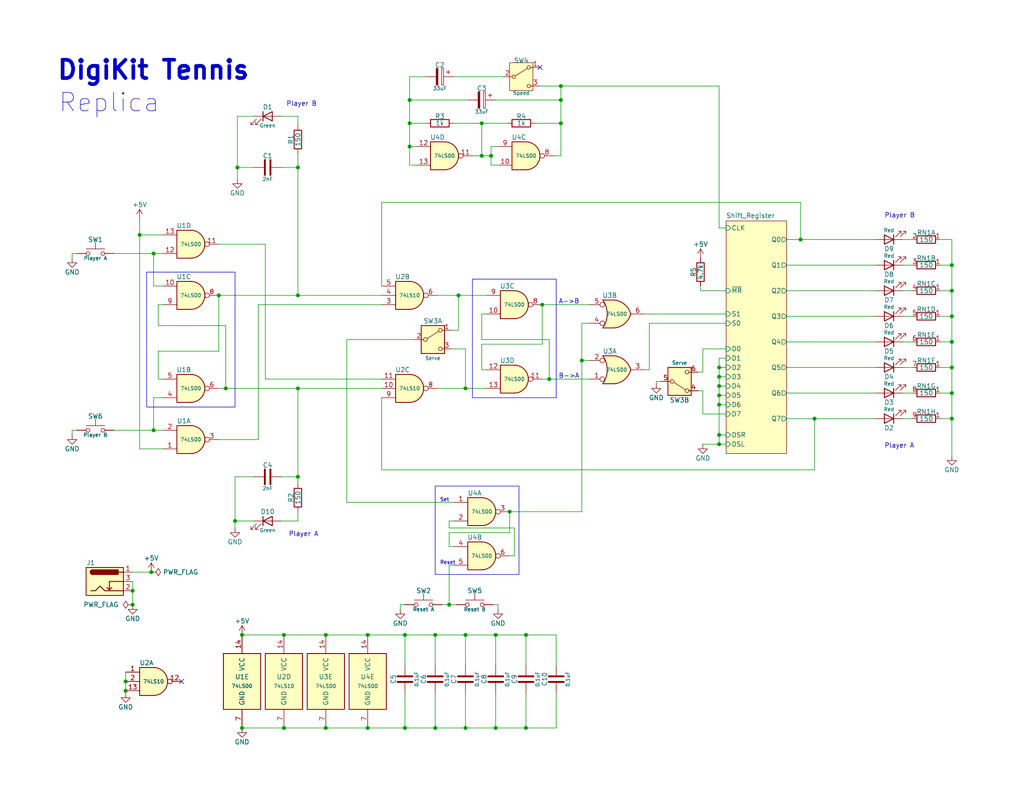
<source format=kicad_sch>
(kicad_sch (version 20231120) (generator "eeschema") (generator_version "8.0")
  (paper "USLetter")
  (title_block (title "DigiKit Tennis Replica") (date "2024-06-24") (rev "1.0") (company "RetroStack - Marcel Erz") (comment 2 "Seen on Tech Time Traveller YouTube Channel") (comment 4 "Replica of DigiKit Tennis"))
  (lib_symbols
    (symbol "74xx:74LS00" (pin_names (offset 1.016))
      (property "Reference" "U" (at 0 1.27 0))
      (property "Value" "74LS00" (at 0 -1.27 0))
      (symbol "74LS00_1_1"
        (pin input line (at -7.62 2.54 0) (length 3.81) (name "~") (number "1"))
        (pin input line (at -7.62 -2.54 0) (length 3.81) (name "~") (number "2"))
        (pin output inverted (at 7.62 0 180) (length 3.81) (name "~") (number "3"))
      )
      (symbol "74LS00_1_2"
        (pin input inverted (at -7.62 2.54 0) (length 4.318) (name "~") (number "1"))
        (pin input inverted (at -7.62 -2.54 0) (length 4.318) (name "~") (number "2"))
        (pin output line (at 7.62 0 180) (length 3.81) (name "~") (number "3"))
      )
      (symbol "74LS00_2_1"
        (pin input line (at -7.62 2.54 0) (length 3.81) (name "~") (number "4"))
        (pin input line (at -7.62 -2.54 0) (length 3.81) (name "~") (number "5"))
        (pin output inverted (at 7.62 0 180) (length 3.81) (name "~") (number "6"))
      )
      (symbol "74LS00_2_2"
        (pin input inverted (at -7.62 2.54 0) (length 4.318) (name "~") (number "4"))
        (pin input inverted (at -7.62 -2.54 0) (length 4.318) (name "~") (number "5"))
        (pin output line (at 7.62 0 180) (length 3.81) (name "~") (number "6"))
      )
      (symbol "74LS00_3_1"
        (pin input line (at -7.62 -2.54 0) (length 3.81) (name "~") (number "10"))
        (pin output inverted (at 7.62 0 180) (length 3.81) (name "~") (number "8"))
        (pin input line (at -7.62 2.54 0) (length 3.81) (name "~") (number "9"))
      )
      (symbol "74LS00_3_2"
        (pin input inverted (at -7.62 -2.54 0) (length 4.318) (name "~") (number "10"))
        (pin output line (at 7.62 0 180) (length 3.81) (name "~") (number "8"))
        (pin input inverted (at -7.62 2.54 0) (length 4.318) (name "~") (number "9"))
      )
      (symbol "74LS00_4_1"
        (pin output inverted (at 7.62 0 180) (length 3.81) (name "~") (number "11"))
        (pin input line (at -7.62 2.54 0) (length 3.81) (name "~") (number "12"))
        (pin input line (at -7.62 -2.54 0) (length 3.81) (name "~") (number "13"))
      )
      (symbol "74LS00_4_2"
        (pin output line (at 7.62 0 180) (length 3.81) (name "~") (number "11"))
        (pin input inverted (at -7.62 2.54 0) (length 4.318) (name "~") (number "12"))
        (pin input inverted (at -7.62 -2.54 0) (length 4.318) (name "~") (number "13"))
      )
      (symbol "74LS00_5_0"
        (pin power_in line (at 0 12.7 270) (length 5.08) (name "VCC") (number "14"))
        (pin power_in line (at 0 -12.7 90) (length 5.08) (name "GND") (number "7"))
      )
    )
    (symbol "74xx:74LS10" (pin_names (offset 1.016))
      (property "Reference" "U" (at 0 1.27 0))
      (property "Value" "74LS10" (at 0 -1.27 0))
      (symbol "74LS10_1_1"
        (pin input line (at -7.62 2.54 0) (length 3.81) (name "~") (number "1"))
        (pin output inverted (at 7.62 0 180) (length 3.81) (name "~") (number "12"))
        (pin input line (at -7.62 -2.54 0) (length 3.81) (name "~") (number "13"))
        (pin input line (at -7.62 0 0) (length 3.81) (name "~") (number "2"))
      )
      (symbol "74LS10_1_2"
        (pin input inverted (at -7.62 2.54 0) (length 4.318) (name "~") (number "1"))
        (pin output line (at 7.62 0 180) (length 3.81) (name "~") (number "12"))
        (pin input inverted (at -7.62 -2.54 0) (length 4.318) (name "~") (number "13"))
        (pin input inverted (at -7.62 0 0) (length 4.953) (name "~") (number "2"))
      )
      (symbol "74LS10_2_1"
        (pin input line (at -7.62 2.54 0) (length 3.81) (name "~") (number "3"))
        (pin input line (at -7.62 0 0) (length 3.81) (name "~") (number "4"))
        (pin input line (at -7.62 -2.54 0) (length 3.81) (name "~") (number "5"))
        (pin output inverted (at 7.62 0 180) (length 3.81) (name "~") (number "6"))
      )
      (symbol "74LS10_2_2"
        (pin input inverted (at -7.62 2.54 0) (length 4.318) (name "~") (number "3"))
        (pin input inverted (at -7.62 0 0) (length 4.953) (name "~") (number "4"))
        (pin input inverted (at -7.62 -2.54 0) (length 4.318) (name "~") (number "5"))
        (pin output line (at 7.62 0 180) (length 3.81) (name "~") (number "6"))
      )
      (symbol "74LS10_3_1"
        (pin input line (at -7.62 0 0) (length 3.81) (name "~") (number "10"))
        (pin input line (at -7.62 -2.54 0) (length 3.81) (name "~") (number "11"))
        (pin output inverted (at 7.62 0 180) (length 3.81) (name "~") (number "8"))
        (pin input line (at -7.62 2.54 0) (length 3.81) (name "~") (number "9"))
      )
      (symbol "74LS10_3_2"
        (pin input inverted (at -7.62 0 0) (length 4.953) (name "~") (number "10"))
        (pin input inverted (at -7.62 -2.54 0) (length 4.318) (name "~") (number "11"))
        (pin output line (at 7.62 0 180) (length 3.81) (name "~") (number "8"))
        (pin input inverted (at -7.62 2.54 0) (length 4.318) (name "~") (number "9"))
      )
      (symbol "74LS10_4_0"
        (pin power_in line (at 0 12.7 270) (length 5.08) (name "VCC") (number "14"))
        (pin power_in line (at 0 -12.7 90) (length 5.08) (name "GND") (number "7"))
      )
    )
    (symbol "Connector:Barrel_Jack_Switch" (pin_names hide)
      (property "Reference" "J" (at 0 5.334 0))
      (property "Value" "Barrel_Jack_Switch" (at 0 -5.08 0))
      (symbol "Barrel_Jack_Switch_1_1"
        (pin passive line (at 7.62 2.54 180) (length 2.54) (name "~") (number "1"))
        (pin passive line (at 7.62 -2.54 180) (length 2.54) (name "~") (number "2"))
        (pin passive line (at 7.62 0 180) (length 2.54) (name "~") (number "3"))
      )
    )
    (symbol "Device:C" (pin_numbers hide) (pin_names (offset 0.254))
      (property "Reference" "C" (at 0.635 2.54 0))
      (property "Value" "C" (at 0.635 -2.54 0))
      (symbol "C_1_1"
        (pin passive line (at 0 3.81 270) (length 2.794) (name "~") (number "1"))
        (pin passive line (at 0 -3.81 90) (length 2.794) (name "~") (number "2"))
      )
    )
    (symbol "Device:C_Polarized" (pin_numbers hide) (pin_names (offset 0.254))
      (property "Reference" "C" (at 0.635 2.54 0))
      (property "Value" "C_Polarized" (at 0.635 -2.54 0))
      (symbol "C_Polarized_1_1"
        (pin passive line (at 0 3.81 270) (length 2.794) (name "~") (number "1"))
        (pin passive line (at 0 -3.81 90) (length 2.794) (name "~") (number "2"))
      )
    )
    (symbol "Device:LED" (pin_numbers hide) (pin_names (offset 1.016) hide)
      (property "Reference" "D" (at 0 2.54 0))
      (property "Value" "LED" (at 0 -2.54 0))
      (symbol "LED_1_1"
        (pin passive line (at -3.81 0 0) (length 2.54) (name "K") (number "1"))
        (pin passive line (at 3.81 0 180) (length 2.54) (name "A") (number "2"))
      )
    )
    (symbol "Device:R" (pin_numbers hide) (pin_names (offset 0))
      (property "Reference" "R" (at 2.032 0 90))
      (property "Value" "R" (at 0 0 90))
      (symbol "R_1_1"
        (pin passive line (at 0 3.81 270) (length 1.27) (name "~") (number "1"))
        (pin passive line (at 0 -3.81 90) (length 1.27) (name "~") (number "2"))
      )
    )
    (symbol "Device:R_Network08_Split" (pin_names (offset 0) hide)
      (property "Reference" "RN" (at 2.032 0 90))
      (property "Value" "R_Network08_Split" (at 0 0 90))
      (symbol "R_Network08_Split_0_1"
        (pin passive line (at 0 3.81 270) (length 1.27) (name "R1") (number "1"))
      )
      (symbol "R_Network08_Split_1_1"
        (pin passive line (at 0 -3.81 90) (length 1.27) (name "R1.2") (number "2"))
      )
      (symbol "R_Network08_Split_2_1"
        (pin passive line (at 0 -3.81 90) (length 1.27) (name "R2.2") (number "3"))
      )
      (symbol "R_Network08_Split_3_1"
        (pin passive line (at 0 -3.81 90) (length 1.27) (name "R3.2") (number "4"))
      )
      (symbol "R_Network08_Split_4_1"
        (pin passive line (at 0 -3.81 90) (length 1.27) (name "R4.2") (number "5"))
      )
      (symbol "R_Network08_Split_5_1"
        (pin passive line (at 0 -3.81 90) (length 1.27) (name "R5.2") (number "6"))
      )
      (symbol "R_Network08_Split_6_1"
        (pin passive line (at 0 -3.81 90) (length 1.27) (name "R6.2") (number "7"))
      )
      (symbol "R_Network08_Split_7_1"
        (pin passive line (at 0 -3.81 90) (length 1.27) (name "R7.2") (number "8"))
      )
      (symbol "R_Network08_Split_8_1"
        (pin passive line (at 0 -3.81 90) (length 1.27) (name "R8.2") (number "9"))
      )
    )
    (symbol "Switch:SW_DPDT_x2" (pin_names (offset 0) hide)
      (property "Reference" "SW" (at 0 5.08 0))
      (property "Value" "SW_DPDT_x2" (at 0 -5.08 0))
      (symbol "SW_DPDT_x2_1_1"
        (pin passive line (at 5.08 2.54 180) (length 2.54) (name "A") (number "1"))
        (pin passive line (at -5.08 0 0) (length 2.54) (name "B") (number "2"))
        (pin passive line (at 5.08 -2.54 180) (length 2.54) (name "C") (number "3"))
      )
      (symbol "SW_DPDT_x2_2_1"
        (pin passive line (at 5.08 2.54 180) (length 2.54) (name "A") (number "4"))
        (pin passive line (at -5.08 0 0) (length 2.54) (name "B") (number "5"))
        (pin passive line (at 5.08 -2.54 180) (length 2.54) (name "C") (number "6"))
      )
    )
    (symbol "Switch:SW_Push" (pin_numbers hide) (pin_names (offset 1.016) hide)
      (property "Reference" "SW" (at 1.27 2.54 0))
      (property "Value" "SW_Push" (at 0 -1.524 0))
      (symbol "SW_Push_0_1"
        (pin passive line (at -5.08 0 0) (length 2.54) (name "1") (number "1"))
        (pin passive line (at 5.08 0 180) (length 2.54) (name "2") (number "2"))
      )
    )
    (symbol "Switch:SW_SPDT" (pin_names (offset 0) hide)
      (property "Reference" "SW" (at 0 5.08 0))
      (property "Value" "SW_SPDT" (at 0 -5.08 0))
      (symbol "SW_SPDT_1_1"
        (pin passive line (at 5.08 2.54 180) (length 2.54) (name "A") (number "1"))
        (pin passive line (at -5.08 0 0) (length 2.54) (name "B") (number "2"))
        (pin passive line (at 5.08 -2.54 180) (length 2.54) (name "C") (number "3"))
      )
    )
    (symbol "power:+5V" (power) (pin_names (offset 0))
      (property "Value" "+5V" (at 0 3.556 0))
      (symbol "+5V_1_1"
        (pin power_in line (at 0 0 90) (length 0) hide (name "+5V") (number "1"))
      )
    )
    (symbol "power:GND" (power) (pin_names (offset 0))
      (property "Value" "GND" (at 0 -3.81 0))
      (symbol "GND_1_1"
        (pin power_in line (at 0 0 270) (length 0) hide (name "GND") (number "1"))
      )
    )
    (symbol "power:PWR_FLAG" (power) (pin_numbers hide) (pin_names (offset 0) hide)
      (property "Value" "PWR_FLAG" (at 0 3.81 0))
      (symbol "PWR_FLAG_0_0"
        (pin power_out line (at 0 0 90) (length 0) (name "pwr") (number "1"))
      )
    )
  )
  (junction (at 38.1 64.135))
  (junction (at 131.445 33.655))
  (junction (at 143.51 198.755))
  (junction (at 196.215 100.33))
  (junction (at 34.29 188.595))
  (junction (at 259.715 79.375))
  (junction (at 111.76 33.655))
  (junction (at 139.065 139.7))
  (junction (at 147.955 83.185))
  (junction (at 41.91 117.475))
  (junction (at 218.44 65.405))
  (junction (at 259.715 107.315))
  (junction (at 222.25 114.3))
  (junction (at 153.035 23.495))
  (junction (at 77.47 198.755))
  (junction (at 111.76 27.305))
  (junction (at 127 198.755))
  (junction (at 88.9 173.355))
  (junction (at 41.275 156.21))
  (junction (at 135.255 173.355))
  (junction (at 81.28 45.72))
  (junction (at 81.28 80.645))
  (junction (at 131.445 42.545))
  (junction (at 81.28 130.175))
  (junction (at 100.33 198.755))
  (junction (at 196.215 102.87))
  (junction (at 66.04 198.755))
  (junction (at 41.91 69.215))
  (junction (at 118.745 198.755))
  (junction (at 196.215 105.41))
  (junction (at 125.095 80.645))
  (junction (at 110.49 198.755))
  (junction (at 64.135 142.24))
  (junction (at 196.215 118.745))
  (junction (at 110.49 173.355))
  (junction (at 135.255 198.755))
  (junction (at 259.715 114.3))
  (junction (at 153.035 33.655))
  (junction (at 259.715 93.345))
  (junction (at 153.035 27.305))
  (junction (at 118.745 173.355))
  (junction (at 133.985 42.545))
  (junction (at 259.715 72.39))
  (junction (at 61.595 106.045))
  (junction (at 196.215 121.285))
  (junction (at 77.47 173.355))
  (junction (at 259.715 100.33))
  (junction (at 88.9 198.755))
  (junction (at 158.75 98.425))
  (junction (at 149.86 103.505))
  (junction (at 196.215 107.95))
  (junction (at 196.215 110.49))
  (junction (at 127 106.045))
  (junction (at 36.195 165.1))
  (junction (at 59.69 80.645))
  (junction (at 143.51 173.355))
  (junction (at 64.77 45.72))
  (junction (at 34.29 186.055))
  (junction (at 36.195 161.29))
  (junction (at 122.555 165.1))
  (junction (at 100.33 173.355))
  (junction (at 127 173.355))
  (junction (at 111.76 40.005))
  (junction (at 66.04 173.355))
  (junction (at 259.715 86.36))
  (junction (at 81.28 106.045))
  (no_connect (at 147.32 18.415))
  (no_connect (at 49.53 186.055))
  (wire (pts (xy 190.5 101.6) (xy 191.77 101.6)))
  (wire (pts (xy 120.65 165.1) (xy 122.555 165.1)))
  (wire (pts (xy 111.76 33.655) (xy 116.205 33.655)))
  (wire (pts (xy 110.49 173.355) (xy 100.33 173.355)))
  (wire (pts (xy 259.715 93.345) (xy 259.715 100.33)))
  (wire (pts (xy 196.215 118.745) (xy 198.12 118.745)))
  (wire (pts (xy 149.86 103.505) (xy 147.955 103.505)))
  (wire (pts (xy 41.91 78.105) (xy 41.91 69.215)))
  (wire (pts (xy 110.49 198.755) (xy 100.33 198.755)))
  (wire (pts (xy 259.715 65.405) (xy 259.715 72.39)))
  (wire (pts (xy 196.215 107.95) (xy 198.12 107.95)))
  (wire (pts (xy 38.1 122.555) (xy 44.45 122.555)))
  (wire (pts (xy 36.195 161.29) (xy 36.195 165.1)))
  (wire (pts (xy 36.195 158.75) (xy 36.195 161.29)))
  (wire (pts (xy 146.05 33.655) (xy 153.035 33.655)))
  (wire (pts (xy 34.29 186.055) (xy 34.29 188.595)))
  (wire (pts (xy 116.205 20.955) (xy 111.76 20.955)))
  (wire (pts (xy 81.28 45.72) (xy 81.28 80.645)))
  (wire (pts (xy 214.63 79.375) (xy 238.76 79.375)))
  (wire (pts (xy 70.485 83.185) (xy 104.14 83.185)))
  (wire (pts (xy 125.095 90.17) (xy 125.095 80.645)))
  (wire (pts (xy 259.715 107.315) (xy 259.715 114.3)))
  (wire (pts (xy 147.955 83.185) (xy 160.655 83.185)))
  (wire (pts (xy 131.445 92.71) (xy 149.86 92.71)))
  (wire (pts (xy 140.335 151.765) (xy 139.065 151.765)))
  (wire (pts (xy 113.03 92.71) (xy 94.615 92.71)))
  (wire (pts (xy 81.28 80.645) (xy 104.14 80.645)))
  (wire (pts (xy 122.555 165.1) (xy 124.46 165.1)))
  (wire (pts (xy 110.49 189.23) (xy 110.49 198.755)))
  (wire (pts (xy 59.69 66.675) (xy 72.39 66.675)))
  (wire (pts (xy 64.77 45.72) (xy 69.215 45.72)))
  (wire (pts (xy 88.9 173.355) (xy 100.33 173.355)))
  (wire (pts (xy 214.63 107.315) (xy 238.76 107.315)))
  (wire (pts (xy 153.035 42.545) (xy 151.13 42.545)))
  (wire (pts (xy 113.665 40.005) (xy 111.76 40.005)))
  (wire (pts (xy 127 95.25) (xy 127 106.045)))
  (wire (pts (xy 143.51 173.355) (xy 143.51 181.61)))
  (wire (pts (xy 259.715 86.36) (xy 259.715 79.375)))
  (wire (pts (xy 131.445 33.655) (xy 138.43 33.655)))
  (wire (pts (xy 109.22 165.1) (xy 110.49 165.1)))
  (wire (pts (xy 218.44 65.405) (xy 238.76 65.405)))
  (wire (pts (xy 133.985 45.085) (xy 135.89 45.085)))
  (wire (pts (xy 69.215 130.175) (xy 64.135 130.175)))
  (wire (pts (xy 246.38 79.375) (xy 248.92 79.375)))
  (wire (pts (xy 153.035 23.495) (xy 153.035 27.305)))
  (wire (pts (xy 19.685 117.475) (xy 20.955 117.475)))
  (wire (pts (xy 133.985 40.005) (xy 133.985 42.545)))
  (wire (pts (xy 36.195 156.21) (xy 41.275 156.21)))
  (wire (pts (xy 70.485 83.185) (xy 70.485 120.015)))
  (wire (pts (xy 196.215 110.49) (xy 196.215 118.745)))
  (wire (pts (xy 139.065 145.415) (xy 139.065 139.7)))
  (wire (pts (xy 259.715 86.36) (xy 259.715 93.345)))
  (wire (pts (xy 196.215 110.49) (xy 198.12 110.49)))
  (wire (pts (xy 131.445 100.965) (xy 131.445 93.98)))
  (wire (pts (xy 81.28 34.29) (xy 81.28 31.75)))
  (wire (pts (xy 125.095 80.645) (xy 132.715 80.645)))
  (wire (pts (xy 132.715 85.725) (xy 131.445 85.725)))
  (wire (pts (xy 61.595 106.045) (xy 81.28 106.045)))
  (wire (pts (xy 81.28 139.7) (xy 81.28 142.24)))
  (wire (pts (xy 19.685 69.215) (xy 20.955 69.215)))
  (wire (pts (xy 246.38 65.405) (xy 248.92 65.405)))
  (wire (pts (xy 135.255 189.23) (xy 135.255 198.755)))
  (wire (pts (xy 196.215 118.745) (xy 196.215 121.285)))
  (wire (pts (xy 158.75 98.425) (xy 158.75 139.7)))
  (wire (pts (xy 256.54 100.33) (xy 259.715 100.33)))
  (wire (pts (xy 81.28 130.175) (xy 81.28 132.08)))
  (wire (pts (xy 59.69 80.645) (xy 81.28 80.645)))
  (wire (pts (xy 256.54 72.39) (xy 259.715 72.39)))
  (wire (pts (xy 110.49 173.355) (xy 110.49 181.61)))
  (wire (pts (xy 222.25 128.27) (xy 222.25 114.3)))
  (wire (pts (xy 256.54 107.315) (xy 259.715 107.315)))
  (wire (pts (xy 77.47 173.355) (xy 88.9 173.355)))
  (wire (pts (xy 259.715 72.39) (xy 259.715 79.375)))
  (wire (pts (xy 64.135 130.175) (xy 64.135 142.24)))
  (wire (pts (xy 214.63 72.39) (xy 238.76 72.39)))
  (wire (pts (xy 214.63 65.405) (xy 218.44 65.405)))
  (wire (pts (xy 122.555 144.145) (xy 140.335 144.145)))
  (wire (pts (xy 179.07 104.14) (xy 179.07 104.775)))
  (wire (pts (xy 64.135 142.24) (xy 64.135 144.145)))
  (wire (pts (xy 127 173.355) (xy 127 181.61)))
  (wire (pts (xy 123.825 33.655) (xy 131.445 33.655)))
  (wire (pts (xy 111.76 40.005) (xy 111.76 45.085)))
  (wire (pts (xy 94.615 137.16) (xy 123.825 137.16)))
  (wire (pts (xy 179.07 104.14) (xy 180.34 104.14)))
  (wire (pts (xy 122.555 142.24) (xy 122.555 144.145)))
  (wire (pts (xy 118.745 198.755) (xy 110.49 198.755)))
  (wire (pts (xy 191.77 106.68) (xy 191.77 113.03)))
  (wire (pts (xy 139.065 139.7) (xy 158.75 139.7)))
  (wire (pts (xy 104.14 103.505) (xy 72.39 103.505)))
  (wire (pts (xy 131.445 33.655) (xy 131.445 42.545)))
  (wire (pts (xy 104.14 108.585) (xy 104.14 128.27)))
  (wire (pts (xy 127 198.755) (xy 118.745 198.755)))
  (wire (pts (xy 123.825 20.955) (xy 137.16 20.955)))
  (wire (pts (xy 118.745 189.23) (xy 118.745 198.755)))
  (wire (pts (xy 135.255 198.755) (xy 127 198.755)))
  (wire (pts (xy 196.215 100.33) (xy 196.215 97.79)))
  (wire (pts (xy 127 173.355) (xy 118.745 173.355)))
  (wire (pts (xy 177.165 100.965) (xy 175.895 100.965)))
  (wire (pts (xy 128.905 42.545) (xy 131.445 42.545)))
  (wire (pts (xy 196.215 107.95) (xy 196.215 110.49)))
  (wire (pts (xy 256.54 65.405) (xy 259.715 65.405)))
  (wire (pts (xy 122.555 154.305) (xy 122.555 165.1)))
  (wire (pts (xy 31.115 117.475) (xy 41.91 117.475)))
  (wire (pts (xy 119.38 80.645) (xy 125.095 80.645)))
  (wire (pts (xy 132.715 100.965) (xy 131.445 100.965)))
  (wire (pts (xy 43.18 83.185) (xy 43.18 88.9)))
  (wire (pts (xy 191.77 121.285) (xy 196.215 121.285)))
  (wire (pts (xy 153.035 27.305) (xy 153.035 33.655)))
  (wire (pts (xy 191.77 95.25) (xy 191.77 101.6)))
  (wire (pts (xy 44.45 108.585) (xy 41.91 108.585)))
  (wire (pts (xy 222.25 114.3) (xy 238.76 114.3)))
  (wire (pts (xy 76.835 130.175) (xy 81.28 130.175)))
  (wire (pts (xy 123.825 142.24) (xy 122.555 142.24)))
  (wire (pts (xy 81.28 106.045) (xy 104.14 106.045)))
  (wire (pts (xy 19.685 70.485) (xy 19.685 69.215)))
  (wire (pts (xy 191.135 78.105) (xy 191.135 79.375)))
  (wire (pts (xy 135.255 27.305) (xy 153.035 27.305)))
  (wire (pts (xy 196.215 100.33) (xy 196.215 102.87)))
  (wire (pts (xy 246.38 93.345) (xy 248.92 93.345)))
  (wire (pts (xy 44.45 78.105) (xy 41.91 78.105)))
  (wire (pts (xy 151.765 189.23) (xy 151.765 198.755)))
  (wire (pts (xy 151.765 173.355) (xy 143.51 173.355)))
  (wire (pts (xy 147.32 23.495) (xy 153.035 23.495)))
  (wire (pts (xy 135.255 173.355) (xy 135.255 181.61)))
  (wire (pts (xy 77.47 198.755) (xy 88.9 198.755)))
  (wire (pts (xy 69.215 142.24) (xy 64.135 142.24)))
  (wire (pts (xy 196.215 105.41) (xy 196.215 107.95)))
  (wire (pts (xy 256.54 114.3) (xy 259.715 114.3)))
  (wire (pts (xy 118.745 173.355) (xy 110.49 173.355)))
  (wire (pts (xy 196.215 102.87) (xy 198.12 102.87)))
  (wire (pts (xy 214.63 114.3) (xy 222.25 114.3)))
  (wire (pts (xy 66.04 198.755) (xy 77.47 198.755)))
  (wire (pts (xy 64.77 45.72) (xy 64.77 31.75)))
  (wire (pts (xy 198.12 95.25) (xy 191.77 95.25)))
  (wire (pts (xy 111.76 27.305) (xy 127.635 27.305)))
  (wire (pts (xy 246.38 114.3) (xy 248.92 114.3)))
  (wire (pts (xy 72.39 66.675) (xy 72.39 103.505)))
  (wire (pts (xy 109.22 166.37) (xy 109.22 165.1)))
  (wire (pts (xy 214.63 100.33) (xy 238.76 100.33)))
  (wire (pts (xy 131.445 42.545) (xy 133.985 42.545)))
  (wire (pts (xy 196.215 23.495) (xy 196.215 62.23)))
  (wire (pts (xy 177.165 88.265) (xy 177.165 100.965)))
  (wire (pts (xy 122.555 149.225) (xy 122.555 145.415)))
  (wire (pts (xy 123.19 90.17) (xy 125.095 90.17)))
  (wire (pts (xy 64.77 31.75) (xy 69.215 31.75)))
  (wire (pts (xy 153.035 33.655) (xy 153.035 42.545)))
  (wire (pts (xy 158.75 98.425) (xy 160.655 98.425)))
  (wire (pts (xy 111.76 20.955) (xy 111.76 27.305)))
  (wire (pts (xy 38.1 59.69) (xy 38.1 64.135)))
  (wire (pts (xy 38.1 64.135) (xy 38.1 122.555)))
  (wire (pts (xy 175.895 85.725) (xy 198.12 85.725)))
  (wire (pts (xy 135.255 173.355) (xy 127 173.355)))
  (wire (pts (xy 191.77 113.03) (xy 198.12 113.03)))
  (wire (pts (xy 111.76 27.305) (xy 111.76 33.655)))
  (wire (pts (xy 104.14 78.105) (xy 104.14 55.245)))
  (wire (pts (xy 256.54 93.345) (xy 259.715 93.345)))
  (wire (pts (xy 66.04 173.355) (xy 77.47 173.355)))
  (wire (pts (xy 177.165 88.265) (xy 198.12 88.265)))
  (wire (pts (xy 111.76 45.085) (xy 113.665 45.085)))
  (wire (pts (xy 151.765 181.61) (xy 151.765 173.355)))
  (wire (pts (xy 158.75 98.425) (xy 158.75 88.265)))
  (wire (pts (xy 246.38 86.36) (xy 248.92 86.36)))
  (wire (pts (xy 214.63 93.345) (xy 238.76 93.345)))
  (wire (pts (xy 143.51 189.23) (xy 143.51 198.755)))
  (wire (pts (xy 143.51 198.755) (xy 135.255 198.755)))
  (wire (pts (xy 38.1 64.135) (xy 44.45 64.135)))
  (wire (pts (xy 64.77 48.895) (xy 64.77 45.72)))
  (wire (pts (xy 81.28 106.045) (xy 81.28 130.175)))
  (wire (pts (xy 133.985 42.545) (xy 133.985 45.085)))
  (wire (pts (xy 196.215 121.285) (xy 198.12 121.285)))
  (wire (pts (xy 44.45 103.505) (xy 43.18 103.505)))
  (wire (pts (xy 147.955 93.98) (xy 147.955 83.185)))
  (wire (pts (xy 76.835 45.72) (xy 81.28 45.72)))
  (wire (pts (xy 246.38 100.33) (xy 248.92 100.33)))
  (wire (pts (xy 111.76 33.655) (xy 111.76 40.005)))
  (wire (pts (xy 246.38 107.315) (xy 248.92 107.315)))
  (wire (pts (xy 41.91 69.215) (xy 44.45 69.215)))
  (wire (pts (xy 256.54 79.375) (xy 259.715 79.375)))
  (wire (pts (xy 59.69 95.885) (xy 59.69 80.645)))
  (wire (pts (xy 81.28 142.24) (xy 76.835 142.24)))
  (wire (pts (xy 104.14 55.245) (xy 218.44 55.245)))
  (wire (pts (xy 118.745 173.355) (xy 118.745 181.61)))
  (wire (pts (xy 43.18 88.9) (xy 61.595 88.9)))
  (wire (pts (xy 119.38 106.045) (xy 127 106.045)))
  (wire (pts (xy 127 189.23) (xy 127 198.755)))
  (wire (pts (xy 135.89 40.005) (xy 133.985 40.005)))
  (wire (pts (xy 131.445 93.98) (xy 147.955 93.98)))
  (wire (pts (xy 43.18 103.505) (xy 43.18 95.885)))
  (wire (pts (xy 43.18 95.885) (xy 59.69 95.885)))
  (wire (pts (xy 81.28 31.75) (xy 76.835 31.75)))
  (wire (pts (xy 81.28 45.72) (xy 81.28 41.91)))
  (wire (pts (xy 151.765 198.755) (xy 143.51 198.755)))
  (wire (pts (xy 104.14 128.27) (xy 222.25 128.27)))
  (wire (pts (xy 61.595 106.045) (xy 59.69 106.045)))
  (wire (pts (xy 196.215 100.33) (xy 198.12 100.33)))
  (wire (pts (xy 191.135 79.375) (xy 198.12 79.375)))
  (wire (pts (xy 190.5 106.68) (xy 191.77 106.68)))
  (wire (pts (xy 88.9 198.755) (xy 100.33 198.755)))
  (wire (pts (xy 131.445 85.725) (xy 131.445 92.71)))
  (wire (pts (xy 135.89 166.37) (xy 135.89 165.1)))
  (wire (pts (xy 246.38 72.39) (xy 248.92 72.39)))
  (wire (pts (xy 44.45 83.185) (xy 43.18 83.185)))
  (wire (pts (xy 127 106.045) (xy 132.715 106.045)))
  (wire (pts (xy 94.615 92.71) (xy 94.615 137.16)))
  (wire (pts (xy 34.29 183.515) (xy 34.29 186.055)))
  (wire (pts (xy 218.44 65.405) (xy 218.44 55.245)))
  (wire (pts (xy 196.215 23.495) (xy 153.035 23.495)))
  (wire (pts (xy 198.12 97.79) (xy 196.215 97.79)))
  (wire (pts (xy 31.115 69.215) (xy 41.91 69.215)))
  (wire (pts (xy 214.63 86.36) (xy 238.76 86.36)))
  (wire (pts (xy 135.89 165.1) (xy 134.62 165.1)))
  (wire (pts (xy 19.685 118.745) (xy 19.685 117.475)))
  (wire (pts (xy 196.215 105.41) (xy 198.12 105.41)))
  (wire (pts (xy 259.715 100.33) (xy 259.715 107.315)))
  (wire (pts (xy 123.19 95.25) (xy 127 95.25)))
  (wire (pts (xy 143.51 173.355) (xy 135.255 173.355)))
  (wire (pts (xy 41.91 117.475) (xy 44.45 117.475)))
  (wire (pts (xy 34.29 188.595) (xy 34.29 189.23)))
  (wire (pts (xy 196.215 102.87) (xy 196.215 105.41)))
  (wire (pts (xy 158.75 88.265) (xy 160.655 88.265)))
  (wire (pts (xy 59.69 120.015) (xy 70.485 120.015)))
  (wire (pts (xy 149.86 103.505) (xy 160.655 103.505)))
  (wire (pts (xy 140.335 144.145) (xy 140.335 151.765)))
  (wire (pts (xy 61.595 88.9) (xy 61.595 106.045)))
  (wire (pts (xy 41.91 108.585) (xy 41.91 117.475)))
  (wire (pts (xy 122.555 145.415) (xy 139.065 145.415)))
  (wire (pts (xy 123.825 149.225) (xy 122.555 149.225)))
  (wire (pts (xy 196.215 62.23) (xy 198.12 62.23)))
  (wire (pts (xy 256.54 86.36) (xy 259.715 86.36)))
  (wire (pts (xy 123.825 154.305) (xy 122.555 154.305)))
  (wire (pts (xy 259.715 114.3) (xy 259.715 124.46)))
  (wire (pts (xy 149.86 92.71) (xy 149.86 103.505)))
  (rectangle (start 40.005 74.295) (end 64.135 111.125))
  (rectangle (start 128.905 76.2) (end 151.765 108.585))
  (rectangle (start 118.745 132.715) (end 141.605 156.845))
  (text "Reset" (at 120.015 154.305 0) (effects (font (size 1 1)) (justify left bottom)))
  (text "B->A" (at 152.4 103.505 0) (effects (font (size 1.27 1.27)) (justify left bottom)))
  (text "DigiKit Tennis" (at 15.24 22.225 0) (effects (font (size 5 5) (thickness 1) (bold yes)) (justify left bottom)))
  (text "Replica" (at 15.875 31.115 0) (effects (font (size 5 5)) (justify left bottom)))
  (text "Player B" (at 241.3 59.69 0) (effects (font (size 1.27 1.27)) (justify left bottom)))
  (text "Player B" (at 78.105 29.21 0) (effects (font (size 1.27 1.27)) (justify left bottom)))
  (text "Player A" (at 241.3 122.555 0) (effects (font (size 1.27 1.27)) (justify left bottom)))
  (text "Set" (at 120.015 137.16 0) (effects (font (size 1 1)) (justify left bottom)))
  (text "Player A" (at 78.74 146.685 0) (effects (font (size 1.27 1.27)) (justify left bottom)))
  (text "A->B" (at 152.4 83.185 0) (effects (font (size 1.27 1.27)) (justify left bottom)))
  (symbol (lib_id "Switch:SW_SPDT") (at 142.24 20.955 0) (unit 1)
    (property "Reference" "SW4" (at 142.24 16.51 0))
    (property "Value" "Speed" (at 142.24 25.4 0) (effects (font (size 1 1))))
    (property "Footprint" "RetroStackLibrary:SW_SPDT_Toggle" (effects (hide yes)))
  )
  (symbol (lib_id "Device:C_Polarized") (at 131.445 27.305 270) (unit 1)
    (property "Reference" "C3" (at 131.445 24.13 90))
    (property "Value" "33uF" (at 131.445 30.48 90) (effects (font (size 1 1))))
    (property "Footprint" "Capacitor_THT:CP_Radial_D5.0mm_P2.00mm" (effects (hide yes)))
  )
  (symbol (lib_id "Switch:SW_DPDT_x2") (at 185.42 104.14 0) (mirror x) (unit 2)
    (property "Reference" "SW3" (at 185.42 109.22 0))
    (property "Value" "Serve" (at 185.42 99.06 0) (effects (font (size 1 1))))
    (property "Footprint" "RetroStackLibrary:SW_DPDT_Slide_RightAngle" (effects (hide yes)))
  )
  (symbol (lib_id "Device:C") (at 118.745 185.42 0) (unit 1)
    (property "Reference" "C6" (at 115.57 185.42 90))
    (property "Value" "0.1uF" (at 121.92 185.42 90) (effects (font (size 1 1))))
    (property "Footprint" "Capacitor_THT:C_Disc_D5.1mm_W3.2mm_P5.00mm" (effects (hide yes)))
  )
  (symbol (lib_id "Device:R_Network08_Split") (at 252.73 86.36 270) (unit 4)
    (property "Reference" "RN1" (at 252.73 84.455 90))
    (property "Value" "150" (at 252.73 86.36 90))
    (property "Footprint" "Resistor_THT:R_Array_SIP9" (effects (hide yes)))
    (property "Datasheet" "http://www.vishay.com/docs/31509/csc.pdf" (effects (hide yes)))
  )
  (symbol (lib_id "power:GND") (at 66.04 198.755 0) (unit 1)
    (property "Reference" "#PWR018" (effects (hide yes)))
    (property "Value" "GND" (at 66.04 202.565 0))
  )
  (symbol (lib_id "power:GND") (at 64.77 48.895 0) (unit 1)
    (property "Reference" "#PWR09" (effects (hide yes)))
    (property "Value" "GND" (at 64.77 52.705 0))
  )
  (symbol (lib_id "74xx:74LS00") (at 121.285 42.545 0) (unit 4)
    (property "Reference" "U4" (at 119.38 37.465 0))
    (property "Value" "74LS00" (at 121.285 42.545 0) (effects (font (size 1 1))))
    (property "Footprint" "Package_DIP:DIP-14_W7.62mm" (effects (hide yes)))
    (property "Datasheet" "http://www.ti.com/lit/gpn/sn74ls00" (effects (hide yes)))
  )
  (symbol (lib_id "Device:LED") (at 242.57 100.33 180) (unit 1)
    (property "Reference" "D4" (at 242.57 102.87 0))
    (property "Value" "Red" (at 242.57 97.79 0) (effects (font (size 1 1))))
    (property "Footprint" "LED_THT:LED_D5.0mm" (effects (hide yes)))
  )
  (symbol (lib_id "Device:C") (at 135.255 185.42 0) (unit 1)
    (property "Reference" "C8" (at 132.08 185.42 90))
    (property "Value" "0.1uF" (at 138.43 185.42 90) (effects (font (size 1 1))))
    (property "Footprint" "Capacitor_THT:C_Disc_D5.1mm_W3.2mm_P5.00mm" (effects (hide yes)))
  )
  (symbol (lib_id "Device:R") (at 142.24 33.655 90) (unit 1)
    (property "Reference" "R4" (at 142.24 31.75 90))
    (property "Value" "1k" (at 142.24 33.655 90))
    (property "Footprint" "Resistor_THT:R_Axial_DIN0207_L6.3mm_D2.5mm_P10.16mm_Horizontal" (effects (hide yes)))
  )
  (symbol (lib_id "Device:R_Network08_Split") (at 252.73 114.3 270) (unit 8)
    (property "Reference" "RN1" (at 252.73 112.395 90))
    (property "Value" "150" (at 252.73 114.3 90))
    (property "Footprint" "Resistor_THT:R_Array_SIP9" (effects (hide yes)))
    (property "Datasheet" "http://www.vishay.com/docs/31509/csc.pdf" (effects (hide yes)))
  )
  (symbol (lib_id "74xx:74LS00") (at 168.275 85.725 0) (mirror x) (unit 2) (convert 2)
    (property "Reference" "U3" (at 166.37 80.645 0))
    (property "Value" "74LS00" (at 168.275 85.725 0) (effects (font (size 1 1))))
    (property "Footprint" "Package_DIP:DIP-14_W7.62mm" (effects (hide yes)))
    (property "Datasheet" "http://www.ti.com/lit/gpn/sn74ls00" (effects (hide yes)))
  )
  (symbol (lib_id "power:PWR_FLAG") (at 36.195 165.1 90) (unit 1)
    (property "Reference" "#FLG01" (effects (hide yes)))
    (property "Value" "PWR_FLAG" (at 32.385 165.1 90) (effects (justify left)))
  )
  (symbol (lib_id "74xx:74LS00") (at 52.07 66.675 0) (mirror x) (unit 4)
    (property "Reference" "U1" (at 50.165 61.595 0))
    (property "Value" "74LS00" (at 52.07 66.675 0) (effects (font (size 1 1))))
    (property "Footprint" "Package_DIP:DIP-14_W7.62mm" (effects (hide yes)))
    (property "Datasheet" "http://www.ti.com/lit/gpn/sn74ls00" (effects (hide yes)))
  )
  (symbol (lib_id "74xx:74LS00") (at 140.335 83.185 0) (unit 3)
    (property "Reference" "U3" (at 138.43 78.105 0))
    (property "Value" "74LS00" (at 140.335 83.185 0) (effects (font (size 1 1))))
    (property "Footprint" "Package_DIP:DIP-14_W7.62mm" (effects (hide yes)))
    (property "Datasheet" "http://www.ti.com/lit/gpn/sn74ls00" (effects (hide yes)))
  )
  (symbol (lib_id "74xx:74LS00") (at 168.275 100.965 0) (mirror x) (unit 1) (convert 2)
    (property "Reference" "U3" (at 166.37 95.885 0))
    (property "Value" "74LS00" (at 168.275 100.965 0) (effects (font (size 1 1))))
    (property "Footprint" "Package_DIP:DIP-14_W7.62mm" (effects (hide yes)))
    (property "Datasheet" "http://www.ti.com/lit/gpn/sn74ls00" (effects (hide yes)))
  )
  (symbol (lib_id "Device:LED") (at 242.57 107.315 180) (unit 1)
    (property "Reference" "D3" (at 242.57 109.855 0))
    (property "Value" "Red" (at 242.57 104.775 0) (effects (font (size 1 1))))
    (property "Footprint" "LED_THT:LED_D5.0mm" (effects (hide yes)))
  )
  (symbol (lib_id "74xx:74LS10") (at 111.76 106.045 0) (mirror x) (unit 3)
    (property "Reference" "U2" (at 109.855 100.965 0))
    (property "Value" "74LS10" (at 111.76 106.045 0) (effects (font (size 1 1))))
    (property "Footprint" "Package_DIP:DIP-14_W7.62mm" (effects (hide yes)))
    (property "Datasheet" "http://www.ti.com/lit/gpn/sn74LS10" (effects (hide yes)))
  )
  (symbol (lib_id "74xx:74LS00") (at 52.07 80.645 0) (mirror x) (unit 3)
    (property "Reference" "U1" (at 50.165 75.565 0))
    (property "Value" "74LS00" (at 52.07 80.645 0) (effects (font (size 1 1))))
    (property "Footprint" "Package_DIP:DIP-14_W7.62mm" (effects (hide yes)))
    (property "Datasheet" "http://www.ti.com/lit/gpn/sn74ls00" (effects (hide yes)))
  )
  (symbol (lib_id "power:GND") (at 19.685 70.485 0) (unit 1)
    (property "Reference" "#PWR08" (effects (hide yes)))
    (property "Value" "GND" (at 19.685 74.295 0))
  )
  (symbol (lib_id "74xx:74LS10") (at 111.76 80.645 0) (mirror x) (unit 2)
    (property "Reference" "U2" (at 109.855 75.565 0))
    (property "Value" "74LS10" (at 111.76 80.645 0) (effects (font (size 1 1))))
    (property "Footprint" "Package_DIP:DIP-14_W7.62mm" (effects (hide yes)))
    (property "Datasheet" "http://www.ti.com/lit/gpn/sn74LS10" (effects (hide yes)))
  )
  (symbol (lib_id "power:GND") (at 179.07 104.775 0) (unit 1)
    (property "Reference" "#PWR010" (effects (hide yes)))
    (property "Value" "GND" (at 179.07 108.585 0))
  )
  (symbol (lib_id "Switch:SW_DPDT_x2") (at 118.11 92.71 0) (unit 1)
    (property "Reference" "SW3" (at 118.11 87.63 0))
    (property "Value" "Serve" (at 118.11 97.79 0) (effects (font (size 1 1))))
    (property "Footprint" "RetroStackLibrary:SW_DPDT_Slide_RightAngle" (effects (hide yes)))
  )
  (symbol (lib_id "Device:C") (at 73.025 45.72 90) (unit 1)
    (property "Reference" "C1" (at 73.025 42.545 90))
    (property "Value" "2nF" (at 73.025 48.895 90) (effects (font (size 1 1))))
    (property "Footprint" "Capacitor_THT:C_Disc_D5.1mm_W3.2mm_P5.00mm" (effects (hide yes)))
  )
  (symbol (lib_id "Device:R") (at 81.28 38.1 180) (unit 1)
    (property "Reference" "R1" (at 79.375 38.1 90))
    (property "Value" "150" (at 81.28 38.1 90))
    (property "Footprint" "Resistor_THT:R_Axial_DIN0207_L6.3mm_D2.5mm_P10.16mm_Horizontal" (effects (hide yes)))
  )
  (symbol (lib_id "power:GND") (at 109.22 166.37 0) (unit 1)
    (property "Reference" "#PWR05" (effects (hide yes)))
    (property "Value" "GND" (at 109.22 170.18 0))
  )
  (symbol (lib_id "74xx:74LS00") (at 140.335 103.505 0) (unit 4)
    (property "Reference" "U3" (at 138.43 98.425 0))
    (property "Value" "74LS00" (at 140.335 103.505 0) (effects (font (size 1 1))))
    (property "Footprint" "Package_DIP:DIP-14_W7.62mm" (effects (hide yes)))
    (property "Datasheet" "http://www.ti.com/lit/gpn/sn74ls00" (effects (hide yes)))
  )
  (symbol (lib_id "Device:LED") (at 242.57 114.3 180) (unit 1)
    (property "Reference" "D2" (at 242.57 116.84 0))
    (property "Value" "Red" (at 242.57 111.76 0) (effects (font (size 1 1))))
    (property "Footprint" "LED_THT:LED_D5.0mm" (effects (hide yes)))
  )
  (symbol (lib_id "74xx:74LS00") (at 100.33 186.055 0) (unit 5)
    (property "Reference" "U4" (at 100.33 184.785 0))
    (property "Value" "74LS00" (at 100.33 187.325 0) (effects (font (size 1 1))))
    (property "Footprint" "Package_DIP:DIP-14_W7.62mm" (effects (hide yes)))
    (property "Datasheet" "http://www.ti.com/lit/gpn/sn74ls00" (effects (hide yes)))
  )
  (symbol (lib_id "power:GND") (at 259.715 124.46 0) (unit 1)
    (property "Reference" "#PWR03" (effects (hide yes)))
    (property "Value" "GND" (at 259.715 128.27 0))
  )
  (symbol (lib_id "power:GND") (at 135.89 166.37 0) (unit 1)
    (property "Reference" "#PWR04" (effects (hide yes)))
    (property "Value" "GND" (at 135.89 170.18 0))
  )
  (symbol (lib_id "Device:R_Network08_Split") (at 252.73 100.33 270) (unit 6)
    (property "Reference" "RN1" (at 252.73 98.425 90))
    (property "Value" "150" (at 252.73 100.33 90))
    (property "Footprint" "Resistor_THT:R_Array_SIP9" (effects (hide yes)))
    (property "Datasheet" "http://www.vishay.com/docs/31509/csc.pdf" (effects (hide yes)))
  )
  (symbol (lib_id "power:PWR_FLAG") (at 41.275 156.21 270) (unit 1)
    (property "Reference" "#FLG02" (effects (hide yes)))
    (property "Value" "PWR_FLAG" (at 44.45 156.21 90) (effects (justify left)))
  )
  (symbol (lib_id "74xx:74LS00") (at 52.07 106.045 0) (mirror x) (unit 2)
    (property "Reference" "U1" (at 50.165 100.965 0))
    (property "Value" "74LS00" (at 52.07 106.045 0) (effects (font (size 1 1))))
    (property "Footprint" "Package_DIP:DIP-14_W7.62mm" (effects (hide yes)))
    (property "Datasheet" "http://www.ti.com/lit/gpn/sn74ls00" (effects (hide yes)))
  )
  (symbol (lib_id "74xx:74LS00") (at 88.9 186.055 0) (unit 5)
    (property "Reference" "U3" (at 88.9 184.785 0))
    (property "Value" "74LS00" (at 88.9 187.325 0) (effects (font (size 1 1))))
    (property "Footprint" "Package_DIP:DIP-14_W7.62mm" (effects (hide yes)))
    (property "Datasheet" "http://www.ti.com/lit/gpn/sn74ls00" (effects (hide yes)))
  )
  (symbol (lib_id "power:GND") (at 34.29 189.23 0) (unit 1)
    (property "Reference" "#PWR016" (effects (hide yes)))
    (property "Value" "GND" (at 34.29 193.04 0))
  )
  (symbol (lib_id "power:GND") (at 64.135 144.145 0) (unit 1)
    (property "Reference" "#PWR06" (effects (hide yes)))
    (property "Value" "GND" (at 64.135 147.955 0))
  )
  (symbol (lib_id "Switch:SW_Push") (at 26.035 117.475 0) (unit 1)
    (property "Reference" "SW6" (at 26.035 113.665 0))
    (property "Value" "Player B" (at 26.035 118.745 0) (effects (font (size 1 1))))
    (property "Footprint" "RetroStackLibrary:SW_SPST_Push" (effects (hide yes)))
  )
  (symbol (lib_id "Device:C") (at 143.51 185.42 0) (unit 1)
    (property "Reference" "C9" (at 140.335 185.42 90))
    (property "Value" "0.1uF" (at 146.685 185.42 90) (effects (font (size 1 1))))
    (property "Footprint" "Capacitor_THT:C_Disc_D5.1mm_W3.2mm_P5.00mm" (effects (hide yes)))
  )
  (symbol (lib_id "74xx:74LS10") (at 41.91 186.055 0) (unit 1)
    (property "Reference" "U2" (at 40.005 180.975 0))
    (property "Value" "74LS10" (at 41.91 186.055 0) (effects (font (size 1 1))))
    (property "Footprint" "Package_DIP:DIP-14_W7.62mm" (effects (hide yes)))
    (property "Datasheet" "http://www.ti.com/lit/gpn/sn74LS10" (effects (hide yes)))
  )
  (symbol (lib_id "74xx:74LS00") (at 143.51 42.545 0) (unit 3)
    (property "Reference" "U4" (at 141.605 37.465 0))
    (property "Value" "74LS00" (at 143.51 42.545 0) (effects (font (size 1 1))))
    (property "Footprint" "Package_DIP:DIP-14_W7.62mm" (effects (hide yes)))
    (property "Datasheet" "http://www.ti.com/lit/gpn/sn74ls00" (effects (hide yes)))
  )
  (symbol (lib_id "Switch:SW_Push") (at 26.035 69.215 0) (unit 1)
    (property "Reference" "SW1" (at 26.035 65.405 0))
    (property "Value" "Player A" (at 26.035 70.485 0) (effects (font (size 1 1))))
    (property "Footprint" "RetroStackLibrary:SW_SPST_Push" (effects (hide yes)))
  )
  (symbol (lib_id "power:GND") (at 191.77 121.285 0) (unit 1)
    (property "Reference" "#PWR019" (effects (hide yes)))
    (property "Value" "GND" (at 191.77 125.095 0))
  )
  (symbol (lib_id "Device:R_Network08_Split") (at 252.73 79.375 270) (unit 3)
    (property "Reference" "RN1" (at 252.73 77.47 90))
    (property "Value" "150" (at 252.73 79.375 90))
    (property "Footprint" "Resistor_THT:R_Array_SIP9" (effects (hide yes)))
    (property "Datasheet" "http://www.vishay.com/docs/31509/csc.pdf" (effects (hide yes)))
  )
  (symbol (lib_id "Device:C") (at 110.49 185.42 0) (unit 1)
    (property "Reference" "C5" (at 107.315 185.42 90))
    (property "Value" "0.1uF" (at 113.665 185.42 90) (effects (font (size 1 1))))
    (property "Footprint" "Capacitor_THT:C_Disc_D5.1mm_W3.2mm_P5.00mm" (effects (hide yes)))
  )
  (symbol (lib_id "Device:C_Polarized") (at 120.015 20.955 270) (unit 1)
    (property "Reference" "C2" (at 120.015 17.78 90))
    (property "Value" "33uF" (at 120.015 24.13 90) (effects (font (size 1 1))))
    (property "Footprint" "Capacitor_THT:CP_Radial_D5.0mm_P2.00mm" (effects (hide yes)))
  )
  (symbol (lib_id "Device:LED") (at 242.57 65.405 180) (unit 1)
    (property "Reference" "D9" (at 242.57 67.945 0))
    (property "Value" "Red" (at 242.57 62.865 0) (effects (font (size 1 1))))
    (property "Footprint" "LED_THT:LED_D5.0mm" (effects (hide yes)))
  )
  (symbol (lib_id "Device:LED") (at 73.025 31.75 0) (unit 1)
    (property "Reference" "D1" (at 73.025 29.21 0))
    (property "Value" "Green" (at 73.025 34.29 0) (effects (font (size 1 1))))
    (property "Footprint" "LED_THT:LED_D5.0mm" (effects (hide yes)))
  )
  (symbol (lib_id "Device:C") (at 127 185.42 0) (unit 1)
    (property "Reference" "C7" (at 123.825 185.42 90))
    (property "Value" "0.1uF" (at 130.175 185.42 90) (effects (font (size 1 1))))
    (property "Footprint" "Capacitor_THT:C_Disc_D5.1mm_W3.2mm_P5.00mm" (effects (hide yes)))
  )
  (symbol (lib_id "power:+5V") (at 41.275 156.21 0) (unit 1)
    (property "Reference" "#PWR02" (effects (hide yes)))
    (property "Value" "+5V" (at 41.275 152.4 0))
  )
  (symbol (lib_id "Switch:SW_Push") (at 129.54 165.1 0) (unit 1)
    (property "Reference" "SW5" (at 129.54 161.29 0))
    (property "Value" "Reset B" (at 129.54 166.37 0) (effects (font (size 1 1))))
    (property "Footprint" "RetroStackLibrary:SW_SPST_Push" (effects (hide yes)))
  )
  (symbol (lib_id "Device:LED") (at 242.57 79.375 180) (unit 1)
    (property "Reference" "D7" (at 242.57 81.915 0))
    (property "Value" "Red" (at 242.57 76.835 0) (effects (font (size 1 1))))
    (property "Footprint" "LED_THT:LED_D5.0mm" (effects (hide yes)))
  )
  (symbol (lib_id "power:GND") (at 36.195 165.1 0) (unit 1)
    (property "Reference" "#PWR01" (effects (hide yes)))
    (property "Value" "GND" (at 36.195 168.91 0))
  )
  (symbol (lib_id "Device:R") (at 191.135 74.295 180) (unit 1)
    (property "Reference" "R5" (at 189.23 74.295 90))
    (property "Value" "4.7k" (at 191.135 74.295 90))
    (property "Footprint" "Resistor_THT:R_Axial_DIN0207_L6.3mm_D2.5mm_P10.16mm_Horizontal" (effects (hide yes)))
  )
  (symbol (lib_id "Device:R_Network08_Split") (at 252.73 65.405 270) (unit 1)
    (property "Reference" "RN1" (at 252.73 63.5 90))
    (property "Value" "150" (at 252.73 65.405 90))
    (property "Footprint" "Resistor_THT:R_Array_SIP9" (effects (hide yes)))
    (property "Datasheet" "http://www.vishay.com/docs/31509/csc.pdf" (effects (hide yes)))
  )
  (symbol (lib_id "Switch:SW_Push") (at 115.57 165.1 0) (unit 1)
    (property "Reference" "SW2" (at 115.57 161.29 0))
    (property "Value" "Reset A" (at 115.57 166.37 0) (effects (font (size 1 1))))
    (property "Footprint" "RetroStackLibrary:SW_SPST_Push" (effects (hide yes)))
  )
  (symbol (lib_id "power:GND") (at 19.685 118.745 0) (unit 1)
    (property "Reference" "#PWR07" (effects (hide yes)))
    (property "Value" "GND" (at 19.685 122.555 0))
  )
  (symbol (lib_id "Device:R_Network08_Split") (at 252.73 107.315 270) (unit 7)
    (property "Reference" "RN1" (at 252.73 105.41 90))
    (property "Value" "150" (at 252.73 107.315 90))
    (property "Footprint" "Resistor_THT:R_Array_SIP9" (effects (hide yes)))
    (property "Datasheet" "http://www.vishay.com/docs/31509/csc.pdf" (effects (hide yes)))
  )
  (symbol (lib_id "Device:R_Network08_Split") (at 252.73 93.345 270) (unit 5)
    (property "Reference" "RN1" (at 252.73 91.44 90))
    (property "Value" "150" (at 252.73 93.345 90))
    (property "Footprint" "Resistor_THT:R_Array_SIP9" (effects (hide yes)))
    (property "Datasheet" "http://www.vishay.com/docs/31509/csc.pdf" (effects (hide yes)))
  )
  (symbol (lib_id "Device:R_Network08_Split") (at 252.73 72.39 270) (unit 2)
    (property "Reference" "RN1" (at 252.73 70.485 90))
    (property "Value" "150" (at 252.73 72.39 90))
    (property "Footprint" "Resistor_THT:R_Array_SIP9" (effects (hide yes)))
    (property "Datasheet" "http://www.vishay.com/docs/31509/csc.pdf" (effects (hide yes)))
  )
  (symbol (lib_id "Device:LED") (at 242.57 93.345 180) (unit 1)
    (property "Reference" "D5" (at 242.57 95.885 0))
    (property "Value" "Red" (at 242.57 90.805 0) (effects (font (size 1 1))))
    (property "Footprint" "LED_THT:LED_D5.0mm" (effects (hide yes)))
  )
  (symbol (lib_id "power:+5V") (at 38.1 59.69 0) (unit 1)
    (property "Reference" "#PWR011" (effects (hide yes)))
    (property "Value" "+5V" (at 38.1 55.88 0))
  )
  (symbol (lib_id "74xx:74LS00") (at 52.07 120.015 0) (mirror x) (unit 1)
    (property "Reference" "U1" (at 50.165 114.935 0))
    (property "Value" "74LS00" (at 52.07 120.015 0) (effects (font (size 1 1))))
    (property "Footprint" "Package_DIP:DIP-14_W7.62mm" (effects (hide yes)))
    (property "Datasheet" "http://www.ti.com/lit/gpn/sn74ls00" (effects (hide yes)))
  )
  (symbol (lib_id "Device:C") (at 151.765 185.42 0) (unit 1)
    (property "Reference" "C10" (at 148.59 185.42 90))
    (property "Value" "0.1uF" (at 154.94 185.42 90) (effects (font (size 1 1))))
    (property "Footprint" "Capacitor_THT:C_Disc_D5.1mm_W3.2mm_P5.00mm" (effects (hide yes)))
  )
  (symbol (lib_id "power:+5V") (at 191.135 70.485 0) (unit 1)
    (property "Reference" "#PWR021" (effects (hide yes)))
    (property "Value" "+5V" (at 191.135 66.675 0))
  )
  (symbol (lib_id "power:+5V") (at 66.04 173.355 0) (unit 1)
    (property "Reference" "#PWR017" (effects (hide yes)))
    (property "Value" "+5V" (at 66.04 169.545 0))
  )
  (symbol (lib_id "74xx:74LS00") (at 131.445 139.7 0) (unit 1)
    (property "Reference" "U4" (at 129.54 134.62 0))
    (property "Value" "74LS00" (at 131.445 139.7 0) (effects (font (size 1 1))))
    (property "Footprint" "Package_DIP:DIP-14_W7.62mm" (effects (hide yes)))
    (property "Datasheet" "http://www.ti.com/lit/gpn/sn74ls00" (effects (hide yes)))
  )
  (symbol (lib_id "Device:R") (at 120.015 33.655 90) (unit 1)
    (property "Reference" "R3" (at 120.015 31.75 90))
    (property "Value" "1k" (at 120.015 33.655 90))
    (property "Footprint" "Resistor_THT:R_Axial_DIN0207_L6.3mm_D2.5mm_P10.16mm_Horizontal" (effects (hide yes)))
  )
  (symbol (lib_id "Device:LED") (at 242.57 72.39 180) (unit 1)
    (property "Reference" "D8" (at 242.57 74.93 0))
    (property "Value" "Red" (at 242.57 69.85 0) (effects (font (size 1 1))))
    (property "Footprint" "LED_THT:LED_D5.0mm" (effects (hide yes)))
  )
  (symbol (lib_id "Device:C") (at 73.025 130.175 90) (unit 1)
    (property "Reference" "C4" (at 73.025 127 90))
    (property "Value" "2nF" (at 73.025 133.35 90) (effects (font (size 1 1))))
    (property "Footprint" "Capacitor_THT:C_Disc_D5.1mm_W3.2mm_P5.00mm" (effects (hide yes)))
  )
  (symbol (lib_id "Device:LED") (at 73.025 142.24 0) (unit 1)
    (property "Reference" "D10" (at 73.025 139.7 0))
    (property "Value" "Green" (at 73.025 144.78 0) (effects (font (size 1 1))))
    (property "Footprint" "LED_THT:LED_D5.0mm" (effects (hide yes)))
  )
  (symbol (lib_id "Connector:Barrel_Jack_Switch") (at 28.575 158.75 0) (unit 1)
    (property "Reference" "J1" (at 24.765 153.67 0))
    (property "Value" "Barrel_Jack_Switch" (effects (hide yes)))
    (property "Footprint" "Connector_BarrelJack:BarrelJack_Horizontal" (effects (hide yes)))
  )
  (symbol (lib_id "74xx:74LS00") (at 66.04 186.055 0) (unit 5)
    (property "Reference" "U1" (at 66.04 184.785 0))
    (property "Value" "74LS00" (at 66.04 187.325 0) (effects (font (size 1 1))))
    (property "Footprint" "Package_DIP:DIP-14_W7.62mm" (effects (hide yes)))
    (property "Datasheet" "http://www.ti.com/lit/gpn/sn74ls00" (effects (hide yes)))
  )
  (symbol (lib_id "Device:LED") (at 242.57 86.36 180) (unit 1)
    (property "Reference" "D6" (at 242.57 88.9 0))
    (property "Value" "Red" (at 242.57 83.82 0) (effects (font (size 1 1))))
    (property "Footprint" "LED_THT:LED_D5.0mm" (effects (hide yes)))
  )
  (symbol (lib_id "74xx:74LS00") (at 131.445 151.765 0) (unit 2)
    (property "Reference" "U4" (at 129.54 146.685 0))
    (property "Value" "74LS00" (at 131.445 151.765 0) (effects (font (size 1 1))))
    (property "Footprint" "Package_DIP:DIP-14_W7.62mm" (effects (hide yes)))
    (property "Datasheet" "http://www.ti.com/lit/gpn/sn74ls00" (effects (hide yes)))
  )
  (symbol (lib_id "74xx:74LS10") (at 77.47 186.055 0) (unit 4)
    (property "Reference" "U2" (at 77.47 184.785 0))
    (property "Value" "74LS10" (at 77.47 187.325 0) (effects (font (size 1 1))))
    (property "Footprint" "Package_DIP:DIP-14_W7.62mm" (effects (hide yes)))
    (property "Datasheet" "http://www.ti.com/lit/gpn/sn74LS10" (effects (hide yes)))
  )
  (symbol (lib_id "Device:R") (at 81.28 135.89 180) (unit 1)
    (property "Reference" "R2" (at 79.375 135.89 90))
    (property "Value" "150" (at 81.28 135.89 90))
    (property "Footprint" "Resistor_THT:R_Axial_DIN0207_L6.3mm_D2.5mm_P10.16mm_Horizontal" (effects (hide yes)))
  )
  (sheet (at 198.12 60.325) (size 16.51 63.5) (stroke (width 0.1524)) (fill (color 255 255 194 1.0000))
    (property "Sheetname" "Shift_Register" (at 198.12 59.6134 0) (effects (justify left bottom)))
    (property "Sheetfile" "Shift_Register.kicad_sch" (effects (hide yes)))
    (pin "D5" input (at 198.12 107.95 180))
    (pin "Q7" output (at 214.63 114.3 0))
    (pin "D6" input (at 198.12 110.49 180))
    (pin "D7" input (at 198.12 113.03 180))
    (pin "DSL" input (at 198.12 121.285 180))
    (pin "S0" input (at 198.12 88.265 180))
    (pin "S1" input (at 198.12 85.725 180))
    (pin "CLK" input (at 198.12 62.23 180))
    (pin "~{MR}" input (at 198.12 79.375 180))
    (pin "D1" input (at 198.12 97.79 180))
    (pin "D0" input (at 198.12 95.25 180))
    (pin "Q0" output (at 214.63 65.405 0))
    (pin "Q1" output (at 214.63 72.39 0))
    (pin "Q2" output (at 214.63 79.375 0))
    (pin "Q3" output (at 214.63 86.36 0))
    (pin "D2" input (at 198.12 100.33 180))
    (pin "D3" input (at 198.12 102.87 180))
    (pin "DSR" input (at 198.12 118.745 180))
    (pin "D4" input (at 198.12 105.41 180))
    (pin "Q5" output (at 214.63 100.33 0))
    (pin "Q6" output (at 214.63 107.315 0))
    (pin "Q4" output (at 214.63 93.345 0))
  )
)
</source>
